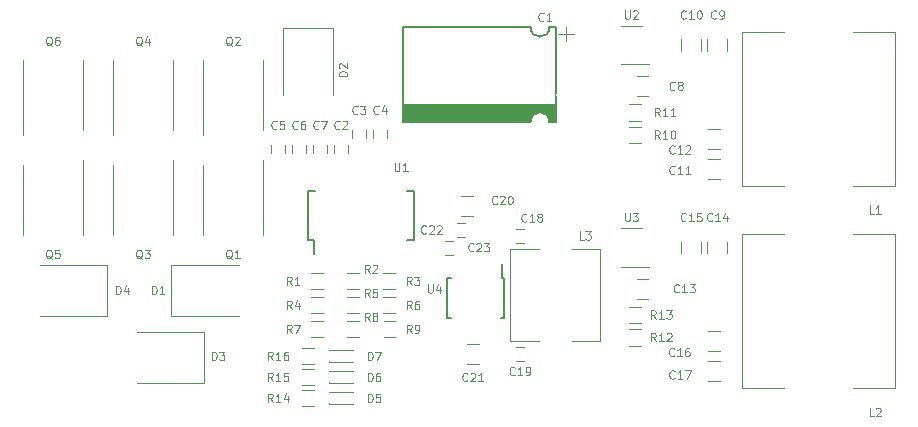
<source format=gbr>
G04 #@! TF.FileFunction,Legend,Top*
%FSLAX46Y46*%
G04 Gerber Fmt 4.6, Leading zero omitted, Abs format (unit mm)*
G04 Created by KiCad (PCBNEW 4.0.7) date Tuesday, March 06, 2018 'PMt' 03:27:42 PM*
%MOMM*%
%LPD*%
G01*
G04 APERTURE LIST*
%ADD10C,0.100000*%
%ADD11C,0.120000*%
%ADD12C,0.150000*%
%ADD13R,0.800800X0.850800*%
%ADD14R,1.050800X1.300800*%
%ADD15R,1.300800X1.050800*%
%ADD16R,2.550800X2.350800*%
%ADD17R,2.350800X2.550800*%
%ADD18R,0.850800X0.850800*%
%ADD19R,5.050800X4.550800*%
%ADD20R,0.660800X1.320800*%
%ADD21R,0.660800X1.070800*%
%ADD22R,3.960800X3.860800*%
%ADD23R,0.550800X0.950800*%
%ADD24R,0.450800X1.250800*%
%ADD25R,1.110800X0.700800*%
%ADD26R,1.955800X7.670800*%
%ADD27R,1.650800X1.650800*%
%ADD28C,1.650800*%
%ADD29R,0.850800X0.800800*%
%ADD30R,2.050800X3.050800*%
%ADD31R,0.350800X1.450800*%
%ADD32R,2.900800X1.700800*%
G04 APERTURE END LIST*
D10*
D11*
X85944000Y-105822000D02*
X85944000Y-106522000D01*
X84744000Y-106522000D02*
X84744000Y-105822000D01*
X87468000Y-104552000D02*
X87468000Y-105252000D01*
X86268000Y-105252000D02*
X86268000Y-104552000D01*
X89246000Y-104552000D02*
X89246000Y-105252000D01*
X88046000Y-105252000D02*
X88046000Y-104552000D01*
X79410000Y-106522000D02*
X79410000Y-105822000D01*
X80610000Y-105822000D02*
X80610000Y-106522000D01*
X81188000Y-106522000D02*
X81188000Y-105822000D01*
X82388000Y-105822000D02*
X82388000Y-106522000D01*
X82966000Y-106522000D02*
X82966000Y-105822000D01*
X84166000Y-105822000D02*
X84166000Y-106522000D01*
X111371000Y-99988000D02*
X110371000Y-99988000D01*
X110371000Y-101688000D02*
X111371000Y-101688000D01*
X118071000Y-97845500D02*
X118071000Y-96845500D01*
X116371000Y-96845500D02*
X116371000Y-97845500D01*
X115848500Y-97845500D02*
X115848500Y-96845500D01*
X114148500Y-96845500D02*
X114148500Y-97845500D01*
X116403500Y-108673000D02*
X117403500Y-108673000D01*
X117403500Y-106973000D02*
X116403500Y-106973000D01*
X116403500Y-106133000D02*
X117403500Y-106133000D01*
X117403500Y-104433000D02*
X116403500Y-104433000D01*
X111371000Y-117133000D02*
X110371000Y-117133000D01*
X110371000Y-118833000D02*
X111371000Y-118833000D01*
X118071000Y-114990500D02*
X118071000Y-113990500D01*
X116371000Y-113990500D02*
X116371000Y-114990500D01*
X115848500Y-114990500D02*
X115848500Y-113990500D01*
X114148500Y-113990500D02*
X114148500Y-114990500D01*
X116403500Y-123278000D02*
X117403500Y-123278000D01*
X117403500Y-121578000D02*
X116403500Y-121578000D01*
X116403500Y-125818000D02*
X117403500Y-125818000D01*
X117403500Y-124118000D02*
X116403500Y-124118000D01*
X96000000Y-124350000D02*
X97000000Y-124350000D01*
X97000000Y-122650000D02*
X96000000Y-122650000D01*
X70990000Y-115960000D02*
X70990000Y-120260000D01*
X70990000Y-120260000D02*
X76690000Y-120260000D01*
X70990000Y-115960000D02*
X76690000Y-115960000D01*
X84700000Y-95900000D02*
X80400000Y-95900000D01*
X80400000Y-95900000D02*
X80400000Y-101600000D01*
X84700000Y-95900000D02*
X84700000Y-101600000D01*
X73790000Y-125975000D02*
X73790000Y-121675000D01*
X73790000Y-121675000D02*
X68090000Y-121675000D01*
X73790000Y-125975000D02*
X68090000Y-125975000D01*
X65535000Y-120260000D02*
X65535000Y-115960000D01*
X65535000Y-115960000D02*
X59835000Y-115960000D01*
X65535000Y-120260000D02*
X59835000Y-120260000D01*
X84298000Y-124976000D02*
X84298000Y-125976000D01*
X84298000Y-125976000D02*
X86398000Y-125976000D01*
X84298000Y-124976000D02*
X86398000Y-124976000D01*
X84298000Y-123198000D02*
X84298000Y-124198000D01*
X84298000Y-124198000D02*
X86398000Y-124198000D01*
X84298000Y-123198000D02*
X86398000Y-123198000D01*
X122893500Y-96243000D02*
X119293500Y-96243000D01*
X119293500Y-96243000D02*
X119293500Y-109243000D01*
X119293500Y-109243000D02*
X122893500Y-109243000D01*
X128693500Y-96243000D02*
X132293500Y-96243000D01*
X132293500Y-96243000D02*
X132293500Y-109243000D01*
X132293500Y-109243000D02*
X128693500Y-109243000D01*
X122893500Y-113388000D02*
X119293500Y-113388000D01*
X119293500Y-113388000D02*
X119293500Y-126388000D01*
X119293500Y-126388000D02*
X122893500Y-126388000D01*
X128693500Y-113388000D02*
X132293500Y-113388000D01*
X132293500Y-113388000D02*
X132293500Y-126388000D01*
X132293500Y-126388000D02*
X128693500Y-126388000D01*
X78770000Y-107090000D02*
X78770000Y-113435000D01*
X73630000Y-107545000D02*
X73630000Y-113435000D01*
X73630000Y-105000000D02*
X73630000Y-98655000D01*
X78770000Y-104545000D02*
X78770000Y-98655000D01*
X71150000Y-107090000D02*
X71150000Y-113435000D01*
X66010000Y-107545000D02*
X66010000Y-113435000D01*
X66010000Y-105000000D02*
X66010000Y-98655000D01*
X71150000Y-104545000D02*
X71150000Y-98655000D01*
X63530000Y-107090000D02*
X63530000Y-113435000D01*
X58390000Y-107545000D02*
X58390000Y-113435000D01*
X58390000Y-105000000D02*
X58390000Y-98655000D01*
X63530000Y-104545000D02*
X63530000Y-98655000D01*
X82812000Y-116668000D02*
X83812000Y-116668000D01*
X83812000Y-118028000D02*
X82812000Y-118028000D01*
X86860000Y-118028000D02*
X85860000Y-118028000D01*
X85860000Y-116668000D02*
X86860000Y-116668000D01*
X88930000Y-116668000D02*
X89930000Y-116668000D01*
X89930000Y-118028000D02*
X88930000Y-118028000D01*
X82812000Y-118700000D02*
X83812000Y-118700000D01*
X83812000Y-120060000D02*
X82812000Y-120060000D01*
X86860000Y-120060000D02*
X85860000Y-120060000D01*
X85860000Y-118700000D02*
X86860000Y-118700000D01*
X88908000Y-118700000D02*
X89908000Y-118700000D01*
X89908000Y-120060000D02*
X88908000Y-120060000D01*
X82812000Y-120732000D02*
X83812000Y-120732000D01*
X83812000Y-122092000D02*
X82812000Y-122092000D01*
X86860000Y-122092000D02*
X85860000Y-122092000D01*
X85860000Y-120732000D02*
X86860000Y-120732000D01*
X88960000Y-120732000D02*
X89960000Y-120732000D01*
X89960000Y-122092000D02*
X88960000Y-122092000D01*
X109736000Y-104285500D02*
X110736000Y-104285500D01*
X110736000Y-105645500D02*
X109736000Y-105645500D01*
X110736000Y-103740500D02*
X109736000Y-103740500D01*
X109736000Y-102380500D02*
X110736000Y-102380500D01*
X109736000Y-121430500D02*
X110736000Y-121430500D01*
X110736000Y-122790500D02*
X109736000Y-122790500D01*
X110736000Y-120885500D02*
X109736000Y-120885500D01*
X109736000Y-119525500D02*
X110736000Y-119525500D01*
X82050000Y-126574000D02*
X83050000Y-126574000D01*
X83050000Y-127934000D02*
X82050000Y-127934000D01*
X82050000Y-124796000D02*
X83050000Y-124796000D01*
X83050000Y-126156000D02*
X82050000Y-126156000D01*
X82050000Y-123018000D02*
X83050000Y-123018000D01*
X83050000Y-124378000D02*
X82050000Y-124378000D01*
D12*
X82583500Y-113895000D02*
X83058500Y-113895000D01*
X82583500Y-109745000D02*
X83141000Y-109745000D01*
X91533500Y-109745000D02*
X90976000Y-109745000D01*
X91533500Y-113895000D02*
X90976000Y-113895000D01*
X82583500Y-113895000D02*
X82583500Y-109745000D01*
X91533500Y-113895000D02*
X91533500Y-109745000D01*
X83058500Y-113895000D02*
X83058500Y-115020000D01*
D11*
X110818500Y-95735500D02*
X109018500Y-95735500D01*
X109018500Y-98955500D02*
X111468500Y-98955500D01*
X110818500Y-112880500D02*
X109018500Y-112880500D01*
X109018500Y-116100500D02*
X111468500Y-116100500D01*
X84298000Y-126754000D02*
X84298000Y-127754000D01*
X84298000Y-127754000D02*
X86398000Y-127754000D01*
X84298000Y-126754000D02*
X86398000Y-126754000D01*
D12*
X90594000Y-102444000D02*
X103594000Y-102444000D01*
X103594000Y-102544000D02*
X90594000Y-102544000D01*
X90594000Y-103744000D02*
X101394000Y-103744000D01*
X101394000Y-103544000D02*
X90594000Y-103544000D01*
X90594000Y-103344000D02*
X101494000Y-103344000D01*
X101694000Y-103144000D02*
X90594000Y-103144000D01*
X90594000Y-102744000D02*
X103594000Y-102744000D01*
X103594000Y-102944000D02*
X90594000Y-102944000D01*
X102694000Y-103144000D02*
X103594000Y-103144000D01*
X103594000Y-103344000D02*
X102894000Y-103344000D01*
X102994000Y-103544000D02*
X103594000Y-103544000D01*
X103594000Y-103744000D02*
X102994000Y-103744000D01*
X101394000Y-103644000D02*
X90594000Y-103644000D01*
X103594000Y-103644000D02*
X102994000Y-103644000D01*
X102994000Y-103444000D02*
X103594000Y-103444000D01*
X90594000Y-103444000D02*
X101394000Y-103444000D01*
X101594000Y-103244000D02*
X90594000Y-103244000D01*
X103594000Y-103244000D02*
X102794000Y-103244000D01*
X90594000Y-103044000D02*
X103594000Y-103044000D01*
X103594000Y-102844000D02*
X90594000Y-102844000D01*
X103594000Y-102644000D02*
X90594000Y-102644000D01*
X103594000Y-95844000D02*
X103594000Y-103844000D01*
X90594000Y-95844000D02*
X101394000Y-95844000D01*
X90594000Y-103844000D02*
X90594000Y-95844000D01*
X101394000Y-103844000D02*
X90594000Y-103844000D01*
X102994000Y-103844000D02*
G75*
G03X101394000Y-103844000I-800000J0D01*
G01*
X103594000Y-103844000D02*
X102994000Y-103844000D01*
D11*
X104394000Y-95844000D02*
X104394000Y-97044000D01*
X105044000Y-96444000D02*
X103744000Y-96444000D01*
D12*
X101394000Y-95844000D02*
G75*
G03X102994000Y-95844000I800000J0D01*
G01*
X103594000Y-95844000D02*
X102994000Y-95844000D01*
D11*
X100150000Y-112900000D02*
X100850000Y-112900000D01*
X100850000Y-114100000D02*
X100150000Y-114100000D01*
X100150000Y-122900000D02*
X100850000Y-122900000D01*
X100850000Y-124100000D02*
X100150000Y-124100000D01*
X95500000Y-111850000D02*
X96500000Y-111850000D01*
X96500000Y-110150000D02*
X95500000Y-110150000D01*
X95150000Y-112400000D02*
X95850000Y-112400000D01*
X95850000Y-113600000D02*
X95150000Y-113600000D01*
X94150000Y-113900000D02*
X94850000Y-113900000D01*
X94850000Y-115100000D02*
X94150000Y-115100000D01*
X104900000Y-122400000D02*
X107300000Y-122400000D01*
X107300000Y-122400000D02*
X107300000Y-114600000D01*
X102100000Y-114600000D02*
X99700000Y-114600000D01*
X99700000Y-114600000D02*
X99700000Y-122400000D01*
X99700000Y-122400000D02*
X102100000Y-122400000D01*
X104900000Y-114600000D02*
X107300000Y-114600000D01*
D12*
X99175000Y-117075000D02*
X98950000Y-117075000D01*
X99175000Y-120425000D02*
X98875000Y-120425000D01*
X94325000Y-120425000D02*
X94625000Y-120425000D01*
X94325000Y-117075000D02*
X94625000Y-117075000D01*
X99175000Y-117075000D02*
X99175000Y-120425000D01*
X94325000Y-117075000D02*
X94325000Y-120425000D01*
X98950000Y-117075000D02*
X98950000Y-115850000D01*
D10*
X85227334Y-104390000D02*
X85194000Y-104423333D01*
X85094000Y-104456667D01*
X85027334Y-104456667D01*
X84927334Y-104423333D01*
X84860667Y-104356667D01*
X84827334Y-104290000D01*
X84794000Y-104156667D01*
X84794000Y-104056667D01*
X84827334Y-103923333D01*
X84860667Y-103856667D01*
X84927334Y-103790000D01*
X85027334Y-103756667D01*
X85094000Y-103756667D01*
X85194000Y-103790000D01*
X85227334Y-103823333D01*
X85494000Y-103823333D02*
X85527334Y-103790000D01*
X85594000Y-103756667D01*
X85760667Y-103756667D01*
X85827334Y-103790000D01*
X85860667Y-103823333D01*
X85894000Y-103890000D01*
X85894000Y-103956667D01*
X85860667Y-104056667D01*
X85460667Y-104456667D01*
X85894000Y-104456667D01*
X86751334Y-103120000D02*
X86718000Y-103153333D01*
X86618000Y-103186667D01*
X86551334Y-103186667D01*
X86451334Y-103153333D01*
X86384667Y-103086667D01*
X86351334Y-103020000D01*
X86318000Y-102886667D01*
X86318000Y-102786667D01*
X86351334Y-102653333D01*
X86384667Y-102586667D01*
X86451334Y-102520000D01*
X86551334Y-102486667D01*
X86618000Y-102486667D01*
X86718000Y-102520000D01*
X86751334Y-102553333D01*
X86984667Y-102486667D02*
X87418000Y-102486667D01*
X87184667Y-102753333D01*
X87284667Y-102753333D01*
X87351334Y-102786667D01*
X87384667Y-102820000D01*
X87418000Y-102886667D01*
X87418000Y-103053333D01*
X87384667Y-103120000D01*
X87351334Y-103153333D01*
X87284667Y-103186667D01*
X87084667Y-103186667D01*
X87018000Y-103153333D01*
X86984667Y-103120000D01*
X88529334Y-103120000D02*
X88496000Y-103153333D01*
X88396000Y-103186667D01*
X88329334Y-103186667D01*
X88229334Y-103153333D01*
X88162667Y-103086667D01*
X88129334Y-103020000D01*
X88096000Y-102886667D01*
X88096000Y-102786667D01*
X88129334Y-102653333D01*
X88162667Y-102586667D01*
X88229334Y-102520000D01*
X88329334Y-102486667D01*
X88396000Y-102486667D01*
X88496000Y-102520000D01*
X88529334Y-102553333D01*
X89129334Y-102720000D02*
X89129334Y-103186667D01*
X88962667Y-102453333D02*
X88796000Y-102953333D01*
X89229334Y-102953333D01*
X79893334Y-104390000D02*
X79860000Y-104423333D01*
X79760000Y-104456667D01*
X79693334Y-104456667D01*
X79593334Y-104423333D01*
X79526667Y-104356667D01*
X79493334Y-104290000D01*
X79460000Y-104156667D01*
X79460000Y-104056667D01*
X79493334Y-103923333D01*
X79526667Y-103856667D01*
X79593334Y-103790000D01*
X79693334Y-103756667D01*
X79760000Y-103756667D01*
X79860000Y-103790000D01*
X79893334Y-103823333D01*
X80526667Y-103756667D02*
X80193334Y-103756667D01*
X80160000Y-104090000D01*
X80193334Y-104056667D01*
X80260000Y-104023333D01*
X80426667Y-104023333D01*
X80493334Y-104056667D01*
X80526667Y-104090000D01*
X80560000Y-104156667D01*
X80560000Y-104323333D01*
X80526667Y-104390000D01*
X80493334Y-104423333D01*
X80426667Y-104456667D01*
X80260000Y-104456667D01*
X80193334Y-104423333D01*
X80160000Y-104390000D01*
X81671334Y-104390000D02*
X81638000Y-104423333D01*
X81538000Y-104456667D01*
X81471334Y-104456667D01*
X81371334Y-104423333D01*
X81304667Y-104356667D01*
X81271334Y-104290000D01*
X81238000Y-104156667D01*
X81238000Y-104056667D01*
X81271334Y-103923333D01*
X81304667Y-103856667D01*
X81371334Y-103790000D01*
X81471334Y-103756667D01*
X81538000Y-103756667D01*
X81638000Y-103790000D01*
X81671334Y-103823333D01*
X82271334Y-103756667D02*
X82138000Y-103756667D01*
X82071334Y-103790000D01*
X82038000Y-103823333D01*
X81971334Y-103923333D01*
X81938000Y-104056667D01*
X81938000Y-104323333D01*
X81971334Y-104390000D01*
X82004667Y-104423333D01*
X82071334Y-104456667D01*
X82204667Y-104456667D01*
X82271334Y-104423333D01*
X82304667Y-104390000D01*
X82338000Y-104323333D01*
X82338000Y-104156667D01*
X82304667Y-104090000D01*
X82271334Y-104056667D01*
X82204667Y-104023333D01*
X82071334Y-104023333D01*
X82004667Y-104056667D01*
X81971334Y-104090000D01*
X81938000Y-104156667D01*
X83449334Y-104390000D02*
X83416000Y-104423333D01*
X83316000Y-104456667D01*
X83249334Y-104456667D01*
X83149334Y-104423333D01*
X83082667Y-104356667D01*
X83049334Y-104290000D01*
X83016000Y-104156667D01*
X83016000Y-104056667D01*
X83049334Y-103923333D01*
X83082667Y-103856667D01*
X83149334Y-103790000D01*
X83249334Y-103756667D01*
X83316000Y-103756667D01*
X83416000Y-103790000D01*
X83449334Y-103823333D01*
X83682667Y-103756667D02*
X84149334Y-103756667D01*
X83849334Y-104456667D01*
X113611834Y-101088000D02*
X113578500Y-101121333D01*
X113478500Y-101154667D01*
X113411834Y-101154667D01*
X113311834Y-101121333D01*
X113245167Y-101054667D01*
X113211834Y-100988000D01*
X113178500Y-100854667D01*
X113178500Y-100754667D01*
X113211834Y-100621333D01*
X113245167Y-100554667D01*
X113311834Y-100488000D01*
X113411834Y-100454667D01*
X113478500Y-100454667D01*
X113578500Y-100488000D01*
X113611834Y-100521333D01*
X114011834Y-100754667D02*
X113945167Y-100721333D01*
X113911834Y-100688000D01*
X113878500Y-100621333D01*
X113878500Y-100588000D01*
X113911834Y-100521333D01*
X113945167Y-100488000D01*
X114011834Y-100454667D01*
X114145167Y-100454667D01*
X114211834Y-100488000D01*
X114245167Y-100521333D01*
X114278500Y-100588000D01*
X114278500Y-100621333D01*
X114245167Y-100688000D01*
X114211834Y-100721333D01*
X114145167Y-100754667D01*
X114011834Y-100754667D01*
X113945167Y-100788000D01*
X113911834Y-100821333D01*
X113878500Y-100888000D01*
X113878500Y-101021333D01*
X113911834Y-101088000D01*
X113945167Y-101121333D01*
X114011834Y-101154667D01*
X114145167Y-101154667D01*
X114211834Y-101121333D01*
X114245167Y-101088000D01*
X114278500Y-101021333D01*
X114278500Y-100888000D01*
X114245167Y-100821333D01*
X114211834Y-100788000D01*
X114145167Y-100754667D01*
X117104334Y-95055500D02*
X117071000Y-95088833D01*
X116971000Y-95122167D01*
X116904334Y-95122167D01*
X116804334Y-95088833D01*
X116737667Y-95022167D01*
X116704334Y-94955500D01*
X116671000Y-94822167D01*
X116671000Y-94722167D01*
X116704334Y-94588833D01*
X116737667Y-94522167D01*
X116804334Y-94455500D01*
X116904334Y-94422167D01*
X116971000Y-94422167D01*
X117071000Y-94455500D01*
X117104334Y-94488833D01*
X117437667Y-95122167D02*
X117571000Y-95122167D01*
X117637667Y-95088833D01*
X117671000Y-95055500D01*
X117737667Y-94955500D01*
X117771000Y-94822167D01*
X117771000Y-94555500D01*
X117737667Y-94488833D01*
X117704334Y-94455500D01*
X117637667Y-94422167D01*
X117504334Y-94422167D01*
X117437667Y-94455500D01*
X117404334Y-94488833D01*
X117371000Y-94555500D01*
X117371000Y-94722167D01*
X117404334Y-94788833D01*
X117437667Y-94822167D01*
X117504334Y-94855500D01*
X117637667Y-94855500D01*
X117704334Y-94822167D01*
X117737667Y-94788833D01*
X117771000Y-94722167D01*
X114548500Y-95055500D02*
X114515166Y-95088833D01*
X114415166Y-95122167D01*
X114348500Y-95122167D01*
X114248500Y-95088833D01*
X114181833Y-95022167D01*
X114148500Y-94955500D01*
X114115166Y-94822167D01*
X114115166Y-94722167D01*
X114148500Y-94588833D01*
X114181833Y-94522167D01*
X114248500Y-94455500D01*
X114348500Y-94422167D01*
X114415166Y-94422167D01*
X114515166Y-94455500D01*
X114548500Y-94488833D01*
X115215166Y-95122167D02*
X114815166Y-95122167D01*
X115015166Y-95122167D02*
X115015166Y-94422167D01*
X114948500Y-94522167D01*
X114881833Y-94588833D01*
X114815166Y-94622167D01*
X115648500Y-94422167D02*
X115715167Y-94422167D01*
X115781833Y-94455500D01*
X115815167Y-94488833D01*
X115848500Y-94555500D01*
X115881833Y-94688833D01*
X115881833Y-94855500D01*
X115848500Y-94988833D01*
X115815167Y-95055500D01*
X115781833Y-95088833D01*
X115715167Y-95122167D01*
X115648500Y-95122167D01*
X115581833Y-95088833D01*
X115548500Y-95055500D01*
X115515167Y-94988833D01*
X115481833Y-94855500D01*
X115481833Y-94688833D01*
X115515167Y-94555500D01*
X115548500Y-94488833D01*
X115581833Y-94455500D01*
X115648500Y-94422167D01*
X113596000Y-108200000D02*
X113562666Y-108233333D01*
X113462666Y-108266667D01*
X113396000Y-108266667D01*
X113296000Y-108233333D01*
X113229333Y-108166667D01*
X113196000Y-108100000D01*
X113162666Y-107966667D01*
X113162666Y-107866667D01*
X113196000Y-107733333D01*
X113229333Y-107666667D01*
X113296000Y-107600000D01*
X113396000Y-107566667D01*
X113462666Y-107566667D01*
X113562666Y-107600000D01*
X113596000Y-107633333D01*
X114262666Y-108266667D02*
X113862666Y-108266667D01*
X114062666Y-108266667D02*
X114062666Y-107566667D01*
X113996000Y-107666667D01*
X113929333Y-107733333D01*
X113862666Y-107766667D01*
X114929333Y-108266667D02*
X114529333Y-108266667D01*
X114729333Y-108266667D02*
X114729333Y-107566667D01*
X114662667Y-107666667D01*
X114596000Y-107733333D01*
X114529333Y-107766667D01*
X113596000Y-106485500D02*
X113562666Y-106518833D01*
X113462666Y-106552167D01*
X113396000Y-106552167D01*
X113296000Y-106518833D01*
X113229333Y-106452167D01*
X113196000Y-106385500D01*
X113162666Y-106252167D01*
X113162666Y-106152167D01*
X113196000Y-106018833D01*
X113229333Y-105952167D01*
X113296000Y-105885500D01*
X113396000Y-105852167D01*
X113462666Y-105852167D01*
X113562666Y-105885500D01*
X113596000Y-105918833D01*
X114262666Y-106552167D02*
X113862666Y-106552167D01*
X114062666Y-106552167D02*
X114062666Y-105852167D01*
X113996000Y-105952167D01*
X113929333Y-106018833D01*
X113862666Y-106052167D01*
X114529333Y-105918833D02*
X114562667Y-105885500D01*
X114629333Y-105852167D01*
X114796000Y-105852167D01*
X114862667Y-105885500D01*
X114896000Y-105918833D01*
X114929333Y-105985500D01*
X114929333Y-106052167D01*
X114896000Y-106152167D01*
X114496000Y-106552167D01*
X114929333Y-106552167D01*
X113961000Y-118233000D02*
X113927666Y-118266333D01*
X113827666Y-118299667D01*
X113761000Y-118299667D01*
X113661000Y-118266333D01*
X113594333Y-118199667D01*
X113561000Y-118133000D01*
X113527666Y-117999667D01*
X113527666Y-117899667D01*
X113561000Y-117766333D01*
X113594333Y-117699667D01*
X113661000Y-117633000D01*
X113761000Y-117599667D01*
X113827666Y-117599667D01*
X113927666Y-117633000D01*
X113961000Y-117666333D01*
X114627666Y-118299667D02*
X114227666Y-118299667D01*
X114427666Y-118299667D02*
X114427666Y-117599667D01*
X114361000Y-117699667D01*
X114294333Y-117766333D01*
X114227666Y-117799667D01*
X114861000Y-117599667D02*
X115294333Y-117599667D01*
X115061000Y-117866333D01*
X115161000Y-117866333D01*
X115227667Y-117899667D01*
X115261000Y-117933000D01*
X115294333Y-117999667D01*
X115294333Y-118166333D01*
X115261000Y-118233000D01*
X115227667Y-118266333D01*
X115161000Y-118299667D01*
X114961000Y-118299667D01*
X114894333Y-118266333D01*
X114861000Y-118233000D01*
X116771000Y-112200500D02*
X116737666Y-112233833D01*
X116637666Y-112267167D01*
X116571000Y-112267167D01*
X116471000Y-112233833D01*
X116404333Y-112167167D01*
X116371000Y-112100500D01*
X116337666Y-111967167D01*
X116337666Y-111867167D01*
X116371000Y-111733833D01*
X116404333Y-111667167D01*
X116471000Y-111600500D01*
X116571000Y-111567167D01*
X116637666Y-111567167D01*
X116737666Y-111600500D01*
X116771000Y-111633833D01*
X117437666Y-112267167D02*
X117037666Y-112267167D01*
X117237666Y-112267167D02*
X117237666Y-111567167D01*
X117171000Y-111667167D01*
X117104333Y-111733833D01*
X117037666Y-111767167D01*
X118037667Y-111800500D02*
X118037667Y-112267167D01*
X117871000Y-111533833D02*
X117704333Y-112033833D01*
X118137667Y-112033833D01*
X114548500Y-112200500D02*
X114515166Y-112233833D01*
X114415166Y-112267167D01*
X114348500Y-112267167D01*
X114248500Y-112233833D01*
X114181833Y-112167167D01*
X114148500Y-112100500D01*
X114115166Y-111967167D01*
X114115166Y-111867167D01*
X114148500Y-111733833D01*
X114181833Y-111667167D01*
X114248500Y-111600500D01*
X114348500Y-111567167D01*
X114415166Y-111567167D01*
X114515166Y-111600500D01*
X114548500Y-111633833D01*
X115215166Y-112267167D02*
X114815166Y-112267167D01*
X115015166Y-112267167D02*
X115015166Y-111567167D01*
X114948500Y-111667167D01*
X114881833Y-111733833D01*
X114815166Y-111767167D01*
X115848500Y-111567167D02*
X115515167Y-111567167D01*
X115481833Y-111900500D01*
X115515167Y-111867167D01*
X115581833Y-111833833D01*
X115748500Y-111833833D01*
X115815167Y-111867167D01*
X115848500Y-111900500D01*
X115881833Y-111967167D01*
X115881833Y-112133833D01*
X115848500Y-112200500D01*
X115815167Y-112233833D01*
X115748500Y-112267167D01*
X115581833Y-112267167D01*
X115515167Y-112233833D01*
X115481833Y-112200500D01*
X113548500Y-123630500D02*
X113515166Y-123663833D01*
X113415166Y-123697167D01*
X113348500Y-123697167D01*
X113248500Y-123663833D01*
X113181833Y-123597167D01*
X113148500Y-123530500D01*
X113115166Y-123397167D01*
X113115166Y-123297167D01*
X113148500Y-123163833D01*
X113181833Y-123097167D01*
X113248500Y-123030500D01*
X113348500Y-122997167D01*
X113415166Y-122997167D01*
X113515166Y-123030500D01*
X113548500Y-123063833D01*
X114215166Y-123697167D02*
X113815166Y-123697167D01*
X114015166Y-123697167D02*
X114015166Y-122997167D01*
X113948500Y-123097167D01*
X113881833Y-123163833D01*
X113815166Y-123197167D01*
X114815167Y-122997167D02*
X114681833Y-122997167D01*
X114615167Y-123030500D01*
X114581833Y-123063833D01*
X114515167Y-123163833D01*
X114481833Y-123297167D01*
X114481833Y-123563833D01*
X114515167Y-123630500D01*
X114548500Y-123663833D01*
X114615167Y-123697167D01*
X114748500Y-123697167D01*
X114815167Y-123663833D01*
X114848500Y-123630500D01*
X114881833Y-123563833D01*
X114881833Y-123397167D01*
X114848500Y-123330500D01*
X114815167Y-123297167D01*
X114748500Y-123263833D01*
X114615167Y-123263833D01*
X114548500Y-123297167D01*
X114515167Y-123330500D01*
X114481833Y-123397167D01*
X113596000Y-125535500D02*
X113562666Y-125568833D01*
X113462666Y-125602167D01*
X113396000Y-125602167D01*
X113296000Y-125568833D01*
X113229333Y-125502167D01*
X113196000Y-125435500D01*
X113162666Y-125302167D01*
X113162666Y-125202167D01*
X113196000Y-125068833D01*
X113229333Y-125002167D01*
X113296000Y-124935500D01*
X113396000Y-124902167D01*
X113462666Y-124902167D01*
X113562666Y-124935500D01*
X113596000Y-124968833D01*
X114262666Y-125602167D02*
X113862666Y-125602167D01*
X114062666Y-125602167D02*
X114062666Y-124902167D01*
X113996000Y-125002167D01*
X113929333Y-125068833D01*
X113862666Y-125102167D01*
X114496000Y-124902167D02*
X114962667Y-124902167D01*
X114662667Y-125602167D01*
X96050000Y-125750000D02*
X96016666Y-125783333D01*
X95916666Y-125816667D01*
X95850000Y-125816667D01*
X95750000Y-125783333D01*
X95683333Y-125716667D01*
X95650000Y-125650000D01*
X95616666Y-125516667D01*
X95616666Y-125416667D01*
X95650000Y-125283333D01*
X95683333Y-125216667D01*
X95750000Y-125150000D01*
X95850000Y-125116667D01*
X95916666Y-125116667D01*
X96016666Y-125150000D01*
X96050000Y-125183333D01*
X96316666Y-125183333D02*
X96350000Y-125150000D01*
X96416666Y-125116667D01*
X96583333Y-125116667D01*
X96650000Y-125150000D01*
X96683333Y-125183333D01*
X96716666Y-125250000D01*
X96716666Y-125316667D01*
X96683333Y-125416667D01*
X96283333Y-125816667D01*
X96716666Y-125816667D01*
X97383333Y-125816667D02*
X96983333Y-125816667D01*
X97183333Y-125816667D02*
X97183333Y-125116667D01*
X97116667Y-125216667D01*
X97050000Y-125283333D01*
X96983333Y-125316667D01*
X69333334Y-118426667D02*
X69333334Y-117726667D01*
X69500000Y-117726667D01*
X69600000Y-117760000D01*
X69666667Y-117826667D01*
X69700000Y-117893333D01*
X69733334Y-118026667D01*
X69733334Y-118126667D01*
X69700000Y-118260000D01*
X69666667Y-118326667D01*
X69600000Y-118393333D01*
X69500000Y-118426667D01*
X69333334Y-118426667D01*
X70400000Y-118426667D02*
X70000000Y-118426667D01*
X70200000Y-118426667D02*
X70200000Y-117726667D01*
X70133334Y-117826667D01*
X70066667Y-117893333D01*
X70000000Y-117926667D01*
X85866667Y-99966666D02*
X85166667Y-99966666D01*
X85166667Y-99800000D01*
X85200000Y-99700000D01*
X85266667Y-99633333D01*
X85333333Y-99600000D01*
X85466667Y-99566666D01*
X85566667Y-99566666D01*
X85700000Y-99600000D01*
X85766667Y-99633333D01*
X85833333Y-99700000D01*
X85866667Y-99800000D01*
X85866667Y-99966666D01*
X85233333Y-99300000D02*
X85200000Y-99266666D01*
X85166667Y-99200000D01*
X85166667Y-99033333D01*
X85200000Y-98966666D01*
X85233333Y-98933333D01*
X85300000Y-98900000D01*
X85366667Y-98900000D01*
X85466667Y-98933333D01*
X85866667Y-99333333D01*
X85866667Y-98900000D01*
X74413334Y-124014667D02*
X74413334Y-123314667D01*
X74580000Y-123314667D01*
X74680000Y-123348000D01*
X74746667Y-123414667D01*
X74780000Y-123481333D01*
X74813334Y-123614667D01*
X74813334Y-123714667D01*
X74780000Y-123848000D01*
X74746667Y-123914667D01*
X74680000Y-123981333D01*
X74580000Y-124014667D01*
X74413334Y-124014667D01*
X75046667Y-123314667D02*
X75480000Y-123314667D01*
X75246667Y-123581333D01*
X75346667Y-123581333D01*
X75413334Y-123614667D01*
X75446667Y-123648000D01*
X75480000Y-123714667D01*
X75480000Y-123881333D01*
X75446667Y-123948000D01*
X75413334Y-123981333D01*
X75346667Y-124014667D01*
X75146667Y-124014667D01*
X75080000Y-123981333D01*
X75046667Y-123948000D01*
X66285334Y-118426667D02*
X66285334Y-117726667D01*
X66452000Y-117726667D01*
X66552000Y-117760000D01*
X66618667Y-117826667D01*
X66652000Y-117893333D01*
X66685334Y-118026667D01*
X66685334Y-118126667D01*
X66652000Y-118260000D01*
X66618667Y-118326667D01*
X66552000Y-118393333D01*
X66452000Y-118426667D01*
X66285334Y-118426667D01*
X67285334Y-117960000D02*
X67285334Y-118426667D01*
X67118667Y-117693333D02*
X66952000Y-118193333D01*
X67385334Y-118193333D01*
X87621334Y-125792667D02*
X87621334Y-125092667D01*
X87788000Y-125092667D01*
X87888000Y-125126000D01*
X87954667Y-125192667D01*
X87988000Y-125259333D01*
X88021334Y-125392667D01*
X88021334Y-125492667D01*
X87988000Y-125626000D01*
X87954667Y-125692667D01*
X87888000Y-125759333D01*
X87788000Y-125792667D01*
X87621334Y-125792667D01*
X88621334Y-125092667D02*
X88488000Y-125092667D01*
X88421334Y-125126000D01*
X88388000Y-125159333D01*
X88321334Y-125259333D01*
X88288000Y-125392667D01*
X88288000Y-125659333D01*
X88321334Y-125726000D01*
X88354667Y-125759333D01*
X88421334Y-125792667D01*
X88554667Y-125792667D01*
X88621334Y-125759333D01*
X88654667Y-125726000D01*
X88688000Y-125659333D01*
X88688000Y-125492667D01*
X88654667Y-125426000D01*
X88621334Y-125392667D01*
X88554667Y-125359333D01*
X88421334Y-125359333D01*
X88354667Y-125392667D01*
X88321334Y-125426000D01*
X88288000Y-125492667D01*
X87621334Y-124014667D02*
X87621334Y-123314667D01*
X87788000Y-123314667D01*
X87888000Y-123348000D01*
X87954667Y-123414667D01*
X87988000Y-123481333D01*
X88021334Y-123614667D01*
X88021334Y-123714667D01*
X87988000Y-123848000D01*
X87954667Y-123914667D01*
X87888000Y-123981333D01*
X87788000Y-124014667D01*
X87621334Y-124014667D01*
X88254667Y-123314667D02*
X88721334Y-123314667D01*
X88421334Y-124014667D01*
X130439333Y-111632167D02*
X130106000Y-111632167D01*
X130106000Y-110932167D01*
X131039333Y-111632167D02*
X130639333Y-111632167D01*
X130839333Y-111632167D02*
X130839333Y-110932167D01*
X130772667Y-111032167D01*
X130706000Y-111098833D01*
X130639333Y-111132167D01*
X130439333Y-128777167D02*
X130106000Y-128777167D01*
X130106000Y-128077167D01*
X130639333Y-128143833D02*
X130672667Y-128110500D01*
X130739333Y-128077167D01*
X130906000Y-128077167D01*
X130972667Y-128110500D01*
X131006000Y-128143833D01*
X131039333Y-128210500D01*
X131039333Y-128277167D01*
X131006000Y-128377167D01*
X130606000Y-128777167D01*
X131039333Y-128777167D01*
X76133333Y-115445333D02*
X76066667Y-115412000D01*
X76000000Y-115345333D01*
X75900000Y-115245333D01*
X75833333Y-115212000D01*
X75766667Y-115212000D01*
X75800000Y-115378667D02*
X75733333Y-115345333D01*
X75666667Y-115278667D01*
X75633333Y-115145333D01*
X75633333Y-114912000D01*
X75666667Y-114778667D01*
X75733333Y-114712000D01*
X75800000Y-114678667D01*
X75933333Y-114678667D01*
X76000000Y-114712000D01*
X76066667Y-114778667D01*
X76100000Y-114912000D01*
X76100000Y-115145333D01*
X76066667Y-115278667D01*
X76000000Y-115345333D01*
X75933333Y-115378667D01*
X75800000Y-115378667D01*
X76766666Y-115378667D02*
X76366666Y-115378667D01*
X76566666Y-115378667D02*
X76566666Y-114678667D01*
X76500000Y-114778667D01*
X76433333Y-114845333D01*
X76366666Y-114878667D01*
X76133333Y-97411333D02*
X76066667Y-97378000D01*
X76000000Y-97311333D01*
X75900000Y-97211333D01*
X75833333Y-97178000D01*
X75766667Y-97178000D01*
X75800000Y-97344667D02*
X75733333Y-97311333D01*
X75666667Y-97244667D01*
X75633333Y-97111333D01*
X75633333Y-96878000D01*
X75666667Y-96744667D01*
X75733333Y-96678000D01*
X75800000Y-96644667D01*
X75933333Y-96644667D01*
X76000000Y-96678000D01*
X76066667Y-96744667D01*
X76100000Y-96878000D01*
X76100000Y-97111333D01*
X76066667Y-97244667D01*
X76000000Y-97311333D01*
X75933333Y-97344667D01*
X75800000Y-97344667D01*
X76366666Y-96711333D02*
X76400000Y-96678000D01*
X76466666Y-96644667D01*
X76633333Y-96644667D01*
X76700000Y-96678000D01*
X76733333Y-96711333D01*
X76766666Y-96778000D01*
X76766666Y-96844667D01*
X76733333Y-96944667D01*
X76333333Y-97344667D01*
X76766666Y-97344667D01*
X68513333Y-115445333D02*
X68446667Y-115412000D01*
X68380000Y-115345333D01*
X68280000Y-115245333D01*
X68213333Y-115212000D01*
X68146667Y-115212000D01*
X68180000Y-115378667D02*
X68113333Y-115345333D01*
X68046667Y-115278667D01*
X68013333Y-115145333D01*
X68013333Y-114912000D01*
X68046667Y-114778667D01*
X68113333Y-114712000D01*
X68180000Y-114678667D01*
X68313333Y-114678667D01*
X68380000Y-114712000D01*
X68446667Y-114778667D01*
X68480000Y-114912000D01*
X68480000Y-115145333D01*
X68446667Y-115278667D01*
X68380000Y-115345333D01*
X68313333Y-115378667D01*
X68180000Y-115378667D01*
X68713333Y-114678667D02*
X69146666Y-114678667D01*
X68913333Y-114945333D01*
X69013333Y-114945333D01*
X69080000Y-114978667D01*
X69113333Y-115012000D01*
X69146666Y-115078667D01*
X69146666Y-115245333D01*
X69113333Y-115312000D01*
X69080000Y-115345333D01*
X69013333Y-115378667D01*
X68813333Y-115378667D01*
X68746666Y-115345333D01*
X68713333Y-115312000D01*
X68513333Y-97411333D02*
X68446667Y-97378000D01*
X68380000Y-97311333D01*
X68280000Y-97211333D01*
X68213333Y-97178000D01*
X68146667Y-97178000D01*
X68180000Y-97344667D02*
X68113333Y-97311333D01*
X68046667Y-97244667D01*
X68013333Y-97111333D01*
X68013333Y-96878000D01*
X68046667Y-96744667D01*
X68113333Y-96678000D01*
X68180000Y-96644667D01*
X68313333Y-96644667D01*
X68380000Y-96678000D01*
X68446667Y-96744667D01*
X68480000Y-96878000D01*
X68480000Y-97111333D01*
X68446667Y-97244667D01*
X68380000Y-97311333D01*
X68313333Y-97344667D01*
X68180000Y-97344667D01*
X69080000Y-96878000D02*
X69080000Y-97344667D01*
X68913333Y-96611333D02*
X68746666Y-97111333D01*
X69180000Y-97111333D01*
X60893333Y-115445333D02*
X60826667Y-115412000D01*
X60760000Y-115345333D01*
X60660000Y-115245333D01*
X60593333Y-115212000D01*
X60526667Y-115212000D01*
X60560000Y-115378667D02*
X60493333Y-115345333D01*
X60426667Y-115278667D01*
X60393333Y-115145333D01*
X60393333Y-114912000D01*
X60426667Y-114778667D01*
X60493333Y-114712000D01*
X60560000Y-114678667D01*
X60693333Y-114678667D01*
X60760000Y-114712000D01*
X60826667Y-114778667D01*
X60860000Y-114912000D01*
X60860000Y-115145333D01*
X60826667Y-115278667D01*
X60760000Y-115345333D01*
X60693333Y-115378667D01*
X60560000Y-115378667D01*
X61493333Y-114678667D02*
X61160000Y-114678667D01*
X61126666Y-115012000D01*
X61160000Y-114978667D01*
X61226666Y-114945333D01*
X61393333Y-114945333D01*
X61460000Y-114978667D01*
X61493333Y-115012000D01*
X61526666Y-115078667D01*
X61526666Y-115245333D01*
X61493333Y-115312000D01*
X61460000Y-115345333D01*
X61393333Y-115378667D01*
X61226666Y-115378667D01*
X61160000Y-115345333D01*
X61126666Y-115312000D01*
X60893333Y-97411333D02*
X60826667Y-97378000D01*
X60760000Y-97311333D01*
X60660000Y-97211333D01*
X60593333Y-97178000D01*
X60526667Y-97178000D01*
X60560000Y-97344667D02*
X60493333Y-97311333D01*
X60426667Y-97244667D01*
X60393333Y-97111333D01*
X60393333Y-96878000D01*
X60426667Y-96744667D01*
X60493333Y-96678000D01*
X60560000Y-96644667D01*
X60693333Y-96644667D01*
X60760000Y-96678000D01*
X60826667Y-96744667D01*
X60860000Y-96878000D01*
X60860000Y-97111333D01*
X60826667Y-97244667D01*
X60760000Y-97311333D01*
X60693333Y-97344667D01*
X60560000Y-97344667D01*
X61460000Y-96644667D02*
X61326666Y-96644667D01*
X61260000Y-96678000D01*
X61226666Y-96711333D01*
X61160000Y-96811333D01*
X61126666Y-96944667D01*
X61126666Y-97211333D01*
X61160000Y-97278000D01*
X61193333Y-97311333D01*
X61260000Y-97344667D01*
X61393333Y-97344667D01*
X61460000Y-97311333D01*
X61493333Y-97278000D01*
X61526666Y-97211333D01*
X61526666Y-97044667D01*
X61493333Y-96978000D01*
X61460000Y-96944667D01*
X61393333Y-96911333D01*
X61260000Y-96911333D01*
X61193333Y-96944667D01*
X61160000Y-96978000D01*
X61126666Y-97044667D01*
X81163334Y-117664667D02*
X80930000Y-117331333D01*
X80763334Y-117664667D02*
X80763334Y-116964667D01*
X81030000Y-116964667D01*
X81096667Y-116998000D01*
X81130000Y-117031333D01*
X81163334Y-117098000D01*
X81163334Y-117198000D01*
X81130000Y-117264667D01*
X81096667Y-117298000D01*
X81030000Y-117331333D01*
X80763334Y-117331333D01*
X81830000Y-117664667D02*
X81430000Y-117664667D01*
X81630000Y-117664667D02*
X81630000Y-116964667D01*
X81563334Y-117064667D01*
X81496667Y-117131333D01*
X81430000Y-117164667D01*
X87767334Y-116648667D02*
X87534000Y-116315333D01*
X87367334Y-116648667D02*
X87367334Y-115948667D01*
X87634000Y-115948667D01*
X87700667Y-115982000D01*
X87734000Y-116015333D01*
X87767334Y-116082000D01*
X87767334Y-116182000D01*
X87734000Y-116248667D01*
X87700667Y-116282000D01*
X87634000Y-116315333D01*
X87367334Y-116315333D01*
X88034000Y-116015333D02*
X88067334Y-115982000D01*
X88134000Y-115948667D01*
X88300667Y-115948667D01*
X88367334Y-115982000D01*
X88400667Y-116015333D01*
X88434000Y-116082000D01*
X88434000Y-116148667D01*
X88400667Y-116248667D01*
X88000667Y-116648667D01*
X88434000Y-116648667D01*
X91323334Y-117664667D02*
X91090000Y-117331333D01*
X90923334Y-117664667D02*
X90923334Y-116964667D01*
X91190000Y-116964667D01*
X91256667Y-116998000D01*
X91290000Y-117031333D01*
X91323334Y-117098000D01*
X91323334Y-117198000D01*
X91290000Y-117264667D01*
X91256667Y-117298000D01*
X91190000Y-117331333D01*
X90923334Y-117331333D01*
X91556667Y-116964667D02*
X91990000Y-116964667D01*
X91756667Y-117231333D01*
X91856667Y-117231333D01*
X91923334Y-117264667D01*
X91956667Y-117298000D01*
X91990000Y-117364667D01*
X91990000Y-117531333D01*
X91956667Y-117598000D01*
X91923334Y-117631333D01*
X91856667Y-117664667D01*
X91656667Y-117664667D01*
X91590000Y-117631333D01*
X91556667Y-117598000D01*
X81163334Y-119696667D02*
X80930000Y-119363333D01*
X80763334Y-119696667D02*
X80763334Y-118996667D01*
X81030000Y-118996667D01*
X81096667Y-119030000D01*
X81130000Y-119063333D01*
X81163334Y-119130000D01*
X81163334Y-119230000D01*
X81130000Y-119296667D01*
X81096667Y-119330000D01*
X81030000Y-119363333D01*
X80763334Y-119363333D01*
X81763334Y-119230000D02*
X81763334Y-119696667D01*
X81596667Y-118963333D02*
X81430000Y-119463333D01*
X81863334Y-119463333D01*
X87767334Y-118680667D02*
X87534000Y-118347333D01*
X87367334Y-118680667D02*
X87367334Y-117980667D01*
X87634000Y-117980667D01*
X87700667Y-118014000D01*
X87734000Y-118047333D01*
X87767334Y-118114000D01*
X87767334Y-118214000D01*
X87734000Y-118280667D01*
X87700667Y-118314000D01*
X87634000Y-118347333D01*
X87367334Y-118347333D01*
X88400667Y-117980667D02*
X88067334Y-117980667D01*
X88034000Y-118314000D01*
X88067334Y-118280667D01*
X88134000Y-118247333D01*
X88300667Y-118247333D01*
X88367334Y-118280667D01*
X88400667Y-118314000D01*
X88434000Y-118380667D01*
X88434000Y-118547333D01*
X88400667Y-118614000D01*
X88367334Y-118647333D01*
X88300667Y-118680667D01*
X88134000Y-118680667D01*
X88067334Y-118647333D01*
X88034000Y-118614000D01*
X91323334Y-119696667D02*
X91090000Y-119363333D01*
X90923334Y-119696667D02*
X90923334Y-118996667D01*
X91190000Y-118996667D01*
X91256667Y-119030000D01*
X91290000Y-119063333D01*
X91323334Y-119130000D01*
X91323334Y-119230000D01*
X91290000Y-119296667D01*
X91256667Y-119330000D01*
X91190000Y-119363333D01*
X90923334Y-119363333D01*
X91923334Y-118996667D02*
X91790000Y-118996667D01*
X91723334Y-119030000D01*
X91690000Y-119063333D01*
X91623334Y-119163333D01*
X91590000Y-119296667D01*
X91590000Y-119563333D01*
X91623334Y-119630000D01*
X91656667Y-119663333D01*
X91723334Y-119696667D01*
X91856667Y-119696667D01*
X91923334Y-119663333D01*
X91956667Y-119630000D01*
X91990000Y-119563333D01*
X91990000Y-119396667D01*
X91956667Y-119330000D01*
X91923334Y-119296667D01*
X91856667Y-119263333D01*
X91723334Y-119263333D01*
X91656667Y-119296667D01*
X91623334Y-119330000D01*
X91590000Y-119396667D01*
X81163334Y-121728667D02*
X80930000Y-121395333D01*
X80763334Y-121728667D02*
X80763334Y-121028667D01*
X81030000Y-121028667D01*
X81096667Y-121062000D01*
X81130000Y-121095333D01*
X81163334Y-121162000D01*
X81163334Y-121262000D01*
X81130000Y-121328667D01*
X81096667Y-121362000D01*
X81030000Y-121395333D01*
X80763334Y-121395333D01*
X81396667Y-121028667D02*
X81863334Y-121028667D01*
X81563334Y-121728667D01*
X87767334Y-120712667D02*
X87534000Y-120379333D01*
X87367334Y-120712667D02*
X87367334Y-120012667D01*
X87634000Y-120012667D01*
X87700667Y-120046000D01*
X87734000Y-120079333D01*
X87767334Y-120146000D01*
X87767334Y-120246000D01*
X87734000Y-120312667D01*
X87700667Y-120346000D01*
X87634000Y-120379333D01*
X87367334Y-120379333D01*
X88167334Y-120312667D02*
X88100667Y-120279333D01*
X88067334Y-120246000D01*
X88034000Y-120179333D01*
X88034000Y-120146000D01*
X88067334Y-120079333D01*
X88100667Y-120046000D01*
X88167334Y-120012667D01*
X88300667Y-120012667D01*
X88367334Y-120046000D01*
X88400667Y-120079333D01*
X88434000Y-120146000D01*
X88434000Y-120179333D01*
X88400667Y-120246000D01*
X88367334Y-120279333D01*
X88300667Y-120312667D01*
X88167334Y-120312667D01*
X88100667Y-120346000D01*
X88067334Y-120379333D01*
X88034000Y-120446000D01*
X88034000Y-120579333D01*
X88067334Y-120646000D01*
X88100667Y-120679333D01*
X88167334Y-120712667D01*
X88300667Y-120712667D01*
X88367334Y-120679333D01*
X88400667Y-120646000D01*
X88434000Y-120579333D01*
X88434000Y-120446000D01*
X88400667Y-120379333D01*
X88367334Y-120346000D01*
X88300667Y-120312667D01*
X91323334Y-121728667D02*
X91090000Y-121395333D01*
X90923334Y-121728667D02*
X90923334Y-121028667D01*
X91190000Y-121028667D01*
X91256667Y-121062000D01*
X91290000Y-121095333D01*
X91323334Y-121162000D01*
X91323334Y-121262000D01*
X91290000Y-121328667D01*
X91256667Y-121362000D01*
X91190000Y-121395333D01*
X90923334Y-121395333D01*
X91656667Y-121728667D02*
X91790000Y-121728667D01*
X91856667Y-121695333D01*
X91890000Y-121662000D01*
X91956667Y-121562000D01*
X91990000Y-121428667D01*
X91990000Y-121162000D01*
X91956667Y-121095333D01*
X91923334Y-121062000D01*
X91856667Y-121028667D01*
X91723334Y-121028667D01*
X91656667Y-121062000D01*
X91623334Y-121095333D01*
X91590000Y-121162000D01*
X91590000Y-121328667D01*
X91623334Y-121395333D01*
X91656667Y-121428667D01*
X91723334Y-121462000D01*
X91856667Y-121462000D01*
X91923334Y-121428667D01*
X91956667Y-121395333D01*
X91990000Y-121328667D01*
X112326000Y-105282167D02*
X112092666Y-104948833D01*
X111926000Y-105282167D02*
X111926000Y-104582167D01*
X112192666Y-104582167D01*
X112259333Y-104615500D01*
X112292666Y-104648833D01*
X112326000Y-104715500D01*
X112326000Y-104815500D01*
X112292666Y-104882167D01*
X112259333Y-104915500D01*
X112192666Y-104948833D01*
X111926000Y-104948833D01*
X112992666Y-105282167D02*
X112592666Y-105282167D01*
X112792666Y-105282167D02*
X112792666Y-104582167D01*
X112726000Y-104682167D01*
X112659333Y-104748833D01*
X112592666Y-104782167D01*
X113426000Y-104582167D02*
X113492667Y-104582167D01*
X113559333Y-104615500D01*
X113592667Y-104648833D01*
X113626000Y-104715500D01*
X113659333Y-104848833D01*
X113659333Y-105015500D01*
X113626000Y-105148833D01*
X113592667Y-105215500D01*
X113559333Y-105248833D01*
X113492667Y-105282167D01*
X113426000Y-105282167D01*
X113359333Y-105248833D01*
X113326000Y-105215500D01*
X113292667Y-105148833D01*
X113259333Y-105015500D01*
X113259333Y-104848833D01*
X113292667Y-104715500D01*
X113326000Y-104648833D01*
X113359333Y-104615500D01*
X113426000Y-104582167D01*
X112326000Y-103377167D02*
X112092666Y-103043833D01*
X111926000Y-103377167D02*
X111926000Y-102677167D01*
X112192666Y-102677167D01*
X112259333Y-102710500D01*
X112292666Y-102743833D01*
X112326000Y-102810500D01*
X112326000Y-102910500D01*
X112292666Y-102977167D01*
X112259333Y-103010500D01*
X112192666Y-103043833D01*
X111926000Y-103043833D01*
X112992666Y-103377167D02*
X112592666Y-103377167D01*
X112792666Y-103377167D02*
X112792666Y-102677167D01*
X112726000Y-102777167D01*
X112659333Y-102843833D01*
X112592666Y-102877167D01*
X113659333Y-103377167D02*
X113259333Y-103377167D01*
X113459333Y-103377167D02*
X113459333Y-102677167D01*
X113392667Y-102777167D01*
X113326000Y-102843833D01*
X113259333Y-102877167D01*
X112008500Y-122427167D02*
X111775166Y-122093833D01*
X111608500Y-122427167D02*
X111608500Y-121727167D01*
X111875166Y-121727167D01*
X111941833Y-121760500D01*
X111975166Y-121793833D01*
X112008500Y-121860500D01*
X112008500Y-121960500D01*
X111975166Y-122027167D01*
X111941833Y-122060500D01*
X111875166Y-122093833D01*
X111608500Y-122093833D01*
X112675166Y-122427167D02*
X112275166Y-122427167D01*
X112475166Y-122427167D02*
X112475166Y-121727167D01*
X112408500Y-121827167D01*
X112341833Y-121893833D01*
X112275166Y-121927167D01*
X112941833Y-121793833D02*
X112975167Y-121760500D01*
X113041833Y-121727167D01*
X113208500Y-121727167D01*
X113275167Y-121760500D01*
X113308500Y-121793833D01*
X113341833Y-121860500D01*
X113341833Y-121927167D01*
X113308500Y-122027167D01*
X112908500Y-122427167D01*
X113341833Y-122427167D01*
X112008500Y-120522167D02*
X111775166Y-120188833D01*
X111608500Y-120522167D02*
X111608500Y-119822167D01*
X111875166Y-119822167D01*
X111941833Y-119855500D01*
X111975166Y-119888833D01*
X112008500Y-119955500D01*
X112008500Y-120055500D01*
X111975166Y-120122167D01*
X111941833Y-120155500D01*
X111875166Y-120188833D01*
X111608500Y-120188833D01*
X112675166Y-120522167D02*
X112275166Y-120522167D01*
X112475166Y-120522167D02*
X112475166Y-119822167D01*
X112408500Y-119922167D01*
X112341833Y-119988833D01*
X112275166Y-120022167D01*
X112908500Y-119822167D02*
X113341833Y-119822167D01*
X113108500Y-120088833D01*
X113208500Y-120088833D01*
X113275167Y-120122167D01*
X113308500Y-120155500D01*
X113341833Y-120222167D01*
X113341833Y-120388833D01*
X113308500Y-120455500D01*
X113275167Y-120488833D01*
X113208500Y-120522167D01*
X113008500Y-120522167D01*
X112941833Y-120488833D01*
X112908500Y-120455500D01*
X79560000Y-127570667D02*
X79326666Y-127237333D01*
X79160000Y-127570667D02*
X79160000Y-126870667D01*
X79426666Y-126870667D01*
X79493333Y-126904000D01*
X79526666Y-126937333D01*
X79560000Y-127004000D01*
X79560000Y-127104000D01*
X79526666Y-127170667D01*
X79493333Y-127204000D01*
X79426666Y-127237333D01*
X79160000Y-127237333D01*
X80226666Y-127570667D02*
X79826666Y-127570667D01*
X80026666Y-127570667D02*
X80026666Y-126870667D01*
X79960000Y-126970667D01*
X79893333Y-127037333D01*
X79826666Y-127070667D01*
X80826667Y-127104000D02*
X80826667Y-127570667D01*
X80660000Y-126837333D02*
X80493333Y-127337333D01*
X80926667Y-127337333D01*
X79560000Y-125792667D02*
X79326666Y-125459333D01*
X79160000Y-125792667D02*
X79160000Y-125092667D01*
X79426666Y-125092667D01*
X79493333Y-125126000D01*
X79526666Y-125159333D01*
X79560000Y-125226000D01*
X79560000Y-125326000D01*
X79526666Y-125392667D01*
X79493333Y-125426000D01*
X79426666Y-125459333D01*
X79160000Y-125459333D01*
X80226666Y-125792667D02*
X79826666Y-125792667D01*
X80026666Y-125792667D02*
X80026666Y-125092667D01*
X79960000Y-125192667D01*
X79893333Y-125259333D01*
X79826666Y-125292667D01*
X80860000Y-125092667D02*
X80526667Y-125092667D01*
X80493333Y-125426000D01*
X80526667Y-125392667D01*
X80593333Y-125359333D01*
X80760000Y-125359333D01*
X80826667Y-125392667D01*
X80860000Y-125426000D01*
X80893333Y-125492667D01*
X80893333Y-125659333D01*
X80860000Y-125726000D01*
X80826667Y-125759333D01*
X80760000Y-125792667D01*
X80593333Y-125792667D01*
X80526667Y-125759333D01*
X80493333Y-125726000D01*
X79560000Y-124014667D02*
X79326666Y-123681333D01*
X79160000Y-124014667D02*
X79160000Y-123314667D01*
X79426666Y-123314667D01*
X79493333Y-123348000D01*
X79526666Y-123381333D01*
X79560000Y-123448000D01*
X79560000Y-123548000D01*
X79526666Y-123614667D01*
X79493333Y-123648000D01*
X79426666Y-123681333D01*
X79160000Y-123681333D01*
X80226666Y-124014667D02*
X79826666Y-124014667D01*
X80026666Y-124014667D02*
X80026666Y-123314667D01*
X79960000Y-123414667D01*
X79893333Y-123481333D01*
X79826666Y-123514667D01*
X80826667Y-123314667D02*
X80693333Y-123314667D01*
X80626667Y-123348000D01*
X80593333Y-123381333D01*
X80526667Y-123481333D01*
X80493333Y-123614667D01*
X80493333Y-123881333D01*
X80526667Y-123948000D01*
X80560000Y-123981333D01*
X80626667Y-124014667D01*
X80760000Y-124014667D01*
X80826667Y-123981333D01*
X80860000Y-123948000D01*
X80893333Y-123881333D01*
X80893333Y-123714667D01*
X80860000Y-123648000D01*
X80826667Y-123614667D01*
X80760000Y-123581333D01*
X80626667Y-123581333D01*
X80560000Y-123614667D01*
X80526667Y-123648000D01*
X80493333Y-123714667D01*
X89890667Y-107312667D02*
X89890667Y-107879333D01*
X89924000Y-107946000D01*
X89957333Y-107979333D01*
X90024000Y-108012667D01*
X90157333Y-108012667D01*
X90224000Y-107979333D01*
X90257333Y-107946000D01*
X90290667Y-107879333D01*
X90290667Y-107312667D01*
X90990666Y-108012667D02*
X90590666Y-108012667D01*
X90790666Y-108012667D02*
X90790666Y-107312667D01*
X90724000Y-107412667D01*
X90657333Y-107479333D01*
X90590666Y-107512667D01*
X109385167Y-94422167D02*
X109385167Y-94988833D01*
X109418500Y-95055500D01*
X109451833Y-95088833D01*
X109518500Y-95122167D01*
X109651833Y-95122167D01*
X109718500Y-95088833D01*
X109751833Y-95055500D01*
X109785167Y-94988833D01*
X109785167Y-94422167D01*
X110085166Y-94488833D02*
X110118500Y-94455500D01*
X110185166Y-94422167D01*
X110351833Y-94422167D01*
X110418500Y-94455500D01*
X110451833Y-94488833D01*
X110485166Y-94555500D01*
X110485166Y-94622167D01*
X110451833Y-94722167D01*
X110051833Y-95122167D01*
X110485166Y-95122167D01*
X109385167Y-111567167D02*
X109385167Y-112133833D01*
X109418500Y-112200500D01*
X109451833Y-112233833D01*
X109518500Y-112267167D01*
X109651833Y-112267167D01*
X109718500Y-112233833D01*
X109751833Y-112200500D01*
X109785167Y-112133833D01*
X109785167Y-111567167D01*
X110051833Y-111567167D02*
X110485166Y-111567167D01*
X110251833Y-111833833D01*
X110351833Y-111833833D01*
X110418500Y-111867167D01*
X110451833Y-111900500D01*
X110485166Y-111967167D01*
X110485166Y-112133833D01*
X110451833Y-112200500D01*
X110418500Y-112233833D01*
X110351833Y-112267167D01*
X110151833Y-112267167D01*
X110085166Y-112233833D01*
X110051833Y-112200500D01*
X87621334Y-127570667D02*
X87621334Y-126870667D01*
X87788000Y-126870667D01*
X87888000Y-126904000D01*
X87954667Y-126970667D01*
X87988000Y-127037333D01*
X88021334Y-127170667D01*
X88021334Y-127270667D01*
X87988000Y-127404000D01*
X87954667Y-127470667D01*
X87888000Y-127537333D01*
X87788000Y-127570667D01*
X87621334Y-127570667D01*
X88654667Y-126870667D02*
X88321334Y-126870667D01*
X88288000Y-127204000D01*
X88321334Y-127170667D01*
X88388000Y-127137333D01*
X88554667Y-127137333D01*
X88621334Y-127170667D01*
X88654667Y-127204000D01*
X88688000Y-127270667D01*
X88688000Y-127437333D01*
X88654667Y-127504000D01*
X88621334Y-127537333D01*
X88554667Y-127570667D01*
X88388000Y-127570667D01*
X88321334Y-127537333D01*
X88288000Y-127504000D01*
X102499334Y-95246000D02*
X102466000Y-95279333D01*
X102366000Y-95312667D01*
X102299334Y-95312667D01*
X102199334Y-95279333D01*
X102132667Y-95212667D01*
X102099334Y-95146000D01*
X102066000Y-95012667D01*
X102066000Y-94912667D01*
X102099334Y-94779333D01*
X102132667Y-94712667D01*
X102199334Y-94646000D01*
X102299334Y-94612667D01*
X102366000Y-94612667D01*
X102466000Y-94646000D01*
X102499334Y-94679333D01*
X103166000Y-95312667D02*
X102766000Y-95312667D01*
X102966000Y-95312667D02*
X102966000Y-94612667D01*
X102899334Y-94712667D01*
X102832667Y-94779333D01*
X102766000Y-94812667D01*
X101050000Y-112250000D02*
X101016666Y-112283333D01*
X100916666Y-112316667D01*
X100850000Y-112316667D01*
X100750000Y-112283333D01*
X100683333Y-112216667D01*
X100650000Y-112150000D01*
X100616666Y-112016667D01*
X100616666Y-111916667D01*
X100650000Y-111783333D01*
X100683333Y-111716667D01*
X100750000Y-111650000D01*
X100850000Y-111616667D01*
X100916666Y-111616667D01*
X101016666Y-111650000D01*
X101050000Y-111683333D01*
X101716666Y-112316667D02*
X101316666Y-112316667D01*
X101516666Y-112316667D02*
X101516666Y-111616667D01*
X101450000Y-111716667D01*
X101383333Y-111783333D01*
X101316666Y-111816667D01*
X102116667Y-111916667D02*
X102050000Y-111883333D01*
X102016667Y-111850000D01*
X101983333Y-111783333D01*
X101983333Y-111750000D01*
X102016667Y-111683333D01*
X102050000Y-111650000D01*
X102116667Y-111616667D01*
X102250000Y-111616667D01*
X102316667Y-111650000D01*
X102350000Y-111683333D01*
X102383333Y-111750000D01*
X102383333Y-111783333D01*
X102350000Y-111850000D01*
X102316667Y-111883333D01*
X102250000Y-111916667D01*
X102116667Y-111916667D01*
X102050000Y-111950000D01*
X102016667Y-111983333D01*
X101983333Y-112050000D01*
X101983333Y-112183333D01*
X102016667Y-112250000D01*
X102050000Y-112283333D01*
X102116667Y-112316667D01*
X102250000Y-112316667D01*
X102316667Y-112283333D01*
X102350000Y-112250000D01*
X102383333Y-112183333D01*
X102383333Y-112050000D01*
X102350000Y-111983333D01*
X102316667Y-111950000D01*
X102250000Y-111916667D01*
X100050000Y-125250000D02*
X100016666Y-125283333D01*
X99916666Y-125316667D01*
X99850000Y-125316667D01*
X99750000Y-125283333D01*
X99683333Y-125216667D01*
X99650000Y-125150000D01*
X99616666Y-125016667D01*
X99616666Y-124916667D01*
X99650000Y-124783333D01*
X99683333Y-124716667D01*
X99750000Y-124650000D01*
X99850000Y-124616667D01*
X99916666Y-124616667D01*
X100016666Y-124650000D01*
X100050000Y-124683333D01*
X100716666Y-125316667D02*
X100316666Y-125316667D01*
X100516666Y-125316667D02*
X100516666Y-124616667D01*
X100450000Y-124716667D01*
X100383333Y-124783333D01*
X100316666Y-124816667D01*
X101050000Y-125316667D02*
X101183333Y-125316667D01*
X101250000Y-125283333D01*
X101283333Y-125250000D01*
X101350000Y-125150000D01*
X101383333Y-125016667D01*
X101383333Y-124750000D01*
X101350000Y-124683333D01*
X101316667Y-124650000D01*
X101250000Y-124616667D01*
X101116667Y-124616667D01*
X101050000Y-124650000D01*
X101016667Y-124683333D01*
X100983333Y-124750000D01*
X100983333Y-124916667D01*
X101016667Y-124983333D01*
X101050000Y-125016667D01*
X101116667Y-125050000D01*
X101250000Y-125050000D01*
X101316667Y-125016667D01*
X101350000Y-124983333D01*
X101383333Y-124916667D01*
X98550000Y-110750000D02*
X98516666Y-110783333D01*
X98416666Y-110816667D01*
X98350000Y-110816667D01*
X98250000Y-110783333D01*
X98183333Y-110716667D01*
X98150000Y-110650000D01*
X98116666Y-110516667D01*
X98116666Y-110416667D01*
X98150000Y-110283333D01*
X98183333Y-110216667D01*
X98250000Y-110150000D01*
X98350000Y-110116667D01*
X98416666Y-110116667D01*
X98516666Y-110150000D01*
X98550000Y-110183333D01*
X98816666Y-110183333D02*
X98850000Y-110150000D01*
X98916666Y-110116667D01*
X99083333Y-110116667D01*
X99150000Y-110150000D01*
X99183333Y-110183333D01*
X99216666Y-110250000D01*
X99216666Y-110316667D01*
X99183333Y-110416667D01*
X98783333Y-110816667D01*
X99216666Y-110816667D01*
X99650000Y-110116667D02*
X99716667Y-110116667D01*
X99783333Y-110150000D01*
X99816667Y-110183333D01*
X99850000Y-110250000D01*
X99883333Y-110383333D01*
X99883333Y-110550000D01*
X99850000Y-110683333D01*
X99816667Y-110750000D01*
X99783333Y-110783333D01*
X99716667Y-110816667D01*
X99650000Y-110816667D01*
X99583333Y-110783333D01*
X99550000Y-110750000D01*
X99516667Y-110683333D01*
X99483333Y-110550000D01*
X99483333Y-110383333D01*
X99516667Y-110250000D01*
X99550000Y-110183333D01*
X99583333Y-110150000D01*
X99650000Y-110116667D01*
X92550000Y-113250000D02*
X92516666Y-113283333D01*
X92416666Y-113316667D01*
X92350000Y-113316667D01*
X92250000Y-113283333D01*
X92183333Y-113216667D01*
X92150000Y-113150000D01*
X92116666Y-113016667D01*
X92116666Y-112916667D01*
X92150000Y-112783333D01*
X92183333Y-112716667D01*
X92250000Y-112650000D01*
X92350000Y-112616667D01*
X92416666Y-112616667D01*
X92516666Y-112650000D01*
X92550000Y-112683333D01*
X92816666Y-112683333D02*
X92850000Y-112650000D01*
X92916666Y-112616667D01*
X93083333Y-112616667D01*
X93150000Y-112650000D01*
X93183333Y-112683333D01*
X93216666Y-112750000D01*
X93216666Y-112816667D01*
X93183333Y-112916667D01*
X92783333Y-113316667D01*
X93216666Y-113316667D01*
X93483333Y-112683333D02*
X93516667Y-112650000D01*
X93583333Y-112616667D01*
X93750000Y-112616667D01*
X93816667Y-112650000D01*
X93850000Y-112683333D01*
X93883333Y-112750000D01*
X93883333Y-112816667D01*
X93850000Y-112916667D01*
X93450000Y-113316667D01*
X93883333Y-113316667D01*
X96550000Y-114750000D02*
X96516666Y-114783333D01*
X96416666Y-114816667D01*
X96350000Y-114816667D01*
X96250000Y-114783333D01*
X96183333Y-114716667D01*
X96150000Y-114650000D01*
X96116666Y-114516667D01*
X96116666Y-114416667D01*
X96150000Y-114283333D01*
X96183333Y-114216667D01*
X96250000Y-114150000D01*
X96350000Y-114116667D01*
X96416666Y-114116667D01*
X96516666Y-114150000D01*
X96550000Y-114183333D01*
X96816666Y-114183333D02*
X96850000Y-114150000D01*
X96916666Y-114116667D01*
X97083333Y-114116667D01*
X97150000Y-114150000D01*
X97183333Y-114183333D01*
X97216666Y-114250000D01*
X97216666Y-114316667D01*
X97183333Y-114416667D01*
X96783333Y-114816667D01*
X97216666Y-114816667D01*
X97450000Y-114116667D02*
X97883333Y-114116667D01*
X97650000Y-114383333D01*
X97750000Y-114383333D01*
X97816667Y-114416667D01*
X97850000Y-114450000D01*
X97883333Y-114516667D01*
X97883333Y-114683333D01*
X97850000Y-114750000D01*
X97816667Y-114783333D01*
X97750000Y-114816667D01*
X97550000Y-114816667D01*
X97483333Y-114783333D01*
X97450000Y-114750000D01*
X105883333Y-113816667D02*
X105550000Y-113816667D01*
X105550000Y-113116667D01*
X106050000Y-113116667D02*
X106483333Y-113116667D01*
X106250000Y-113383333D01*
X106350000Y-113383333D01*
X106416667Y-113416667D01*
X106450000Y-113450000D01*
X106483333Y-113516667D01*
X106483333Y-113683333D01*
X106450000Y-113750000D01*
X106416667Y-113783333D01*
X106350000Y-113816667D01*
X106150000Y-113816667D01*
X106083333Y-113783333D01*
X106050000Y-113750000D01*
X92716667Y-117616667D02*
X92716667Y-118183333D01*
X92750000Y-118250000D01*
X92783333Y-118283333D01*
X92850000Y-118316667D01*
X92983333Y-118316667D01*
X93050000Y-118283333D01*
X93083333Y-118250000D01*
X93116667Y-118183333D01*
X93116667Y-117616667D01*
X93750000Y-117850000D02*
X93750000Y-118316667D01*
X93583333Y-117583333D02*
X93416666Y-118083333D01*
X93850000Y-118083333D01*
%LPC*%
D13*
X85344000Y-105422000D03*
X85344000Y-106922000D03*
X86868000Y-104152000D03*
X86868000Y-105652000D03*
X88646000Y-104152000D03*
X88646000Y-105652000D03*
X80010000Y-106922000D03*
X80010000Y-105422000D03*
X81788000Y-106922000D03*
X81788000Y-105422000D03*
X83566000Y-106922000D03*
X83566000Y-105422000D03*
D14*
X109871000Y-100838000D03*
X111871000Y-100838000D03*
D15*
X117221000Y-96345500D03*
X117221000Y-98345500D03*
X114998500Y-96345500D03*
X114998500Y-98345500D03*
D14*
X117903500Y-107823000D03*
X115903500Y-107823000D03*
X117903500Y-105283000D03*
X115903500Y-105283000D03*
X109871000Y-117983000D03*
X111871000Y-117983000D03*
D15*
X117221000Y-113490500D03*
X117221000Y-115490500D03*
X114998500Y-113490500D03*
X114998500Y-115490500D03*
D14*
X117903500Y-122428000D03*
X115903500Y-122428000D03*
X117903500Y-124968000D03*
X115903500Y-124968000D03*
X97500000Y-123500000D03*
X95500000Y-123500000D03*
D16*
X72390000Y-118110000D03*
X76690000Y-118110000D03*
D17*
X82550000Y-97300000D03*
X82550000Y-101600000D03*
D16*
X72390000Y-123825000D03*
X68090000Y-123825000D03*
X64135000Y-118110000D03*
X59835000Y-118110000D03*
D18*
X86398000Y-125476000D03*
X84798000Y-125476000D03*
X86398000Y-123698000D03*
X84798000Y-123698000D03*
D19*
X125793500Y-97493000D03*
X125793500Y-107993000D03*
X125793500Y-114638000D03*
X125793500Y-125138000D03*
D20*
X78105000Y-107820000D03*
X76835000Y-107820000D03*
X75565000Y-107820000D03*
X74295000Y-107820000D03*
D21*
X74295000Y-113285000D03*
X75565000Y-113285000D03*
X76835000Y-113285000D03*
X78105000Y-113285000D03*
D22*
X76200000Y-111180000D03*
D20*
X74295000Y-104270000D03*
X75565000Y-104270000D03*
X76835000Y-104270000D03*
X78105000Y-104270000D03*
D21*
X78105000Y-98805000D03*
X76835000Y-98805000D03*
X75565000Y-98805000D03*
X74295000Y-98805000D03*
D22*
X76200000Y-100910000D03*
D20*
X70485000Y-107820000D03*
X69215000Y-107820000D03*
X67945000Y-107820000D03*
X66675000Y-107820000D03*
D21*
X66675000Y-113285000D03*
X67945000Y-113285000D03*
X69215000Y-113285000D03*
X70485000Y-113285000D03*
D22*
X68580000Y-111180000D03*
D20*
X66675000Y-104270000D03*
X67945000Y-104270000D03*
X69215000Y-104270000D03*
X70485000Y-104270000D03*
D21*
X70485000Y-98805000D03*
X69215000Y-98805000D03*
X67945000Y-98805000D03*
X66675000Y-98805000D03*
D22*
X68580000Y-100910000D03*
D20*
X62865000Y-107820000D03*
X61595000Y-107820000D03*
X60325000Y-107820000D03*
X59055000Y-107820000D03*
D21*
X59055000Y-113285000D03*
X60325000Y-113285000D03*
X61595000Y-113285000D03*
X62865000Y-113285000D03*
D22*
X60960000Y-111180000D03*
D20*
X59055000Y-104270000D03*
X60325000Y-104270000D03*
X61595000Y-104270000D03*
X62865000Y-104270000D03*
D21*
X62865000Y-98805000D03*
X61595000Y-98805000D03*
X60325000Y-98805000D03*
X59055000Y-98805000D03*
D22*
X60960000Y-100910000D03*
D23*
X84062000Y-117348000D03*
X82562000Y-117348000D03*
X85610000Y-117348000D03*
X87110000Y-117348000D03*
X90180000Y-117348000D03*
X88680000Y-117348000D03*
X84062000Y-119380000D03*
X82562000Y-119380000D03*
X85610000Y-119380000D03*
X87110000Y-119380000D03*
X90158000Y-119380000D03*
X88658000Y-119380000D03*
X84062000Y-121412000D03*
X82562000Y-121412000D03*
X85610000Y-121412000D03*
X87110000Y-121412000D03*
X90210000Y-121412000D03*
X88710000Y-121412000D03*
X110986000Y-104965500D03*
X109486000Y-104965500D03*
X109486000Y-103060500D03*
X110986000Y-103060500D03*
X110986000Y-122110500D03*
X109486000Y-122110500D03*
X109486000Y-120205500D03*
X110986000Y-120205500D03*
X83300000Y-127254000D03*
X81800000Y-127254000D03*
X83300000Y-125476000D03*
X81800000Y-125476000D03*
X83300000Y-123698000D03*
X81800000Y-123698000D03*
D24*
X83566000Y-114420000D03*
X84201000Y-114420000D03*
X84836000Y-114420000D03*
X85471000Y-114420000D03*
X86106000Y-114420000D03*
X86741000Y-114420000D03*
X87376000Y-114420000D03*
X88011000Y-114420000D03*
X88646000Y-114420000D03*
X89281000Y-114420000D03*
X89916000Y-114420000D03*
X90551000Y-114420000D03*
X90551000Y-109220000D03*
X89916000Y-109220000D03*
X89281000Y-109220000D03*
X88646000Y-109220000D03*
X88011000Y-109220000D03*
X87376000Y-109220000D03*
X86741000Y-109220000D03*
X86106000Y-109220000D03*
X85471000Y-109220000D03*
X84836000Y-109220000D03*
X84201000Y-109220000D03*
X83566000Y-109220000D03*
D25*
X111018500Y-98295500D03*
X111018500Y-97345500D03*
X111018500Y-96395500D03*
X108818500Y-96395500D03*
X108818500Y-98295500D03*
X108818500Y-97345500D03*
X111018500Y-115440500D03*
X111018500Y-114490500D03*
X111018500Y-113540500D03*
X108818500Y-113540500D03*
X108818500Y-115440500D03*
X108818500Y-114490500D03*
D18*
X86398000Y-127254000D03*
X84798000Y-127254000D03*
D26*
X55880000Y-134620000D03*
X58420000Y-134620000D03*
X60960000Y-134620000D03*
X63500000Y-134620000D03*
X66040000Y-134620000D03*
X68580000Y-134620000D03*
X71120000Y-134620000D03*
X73660000Y-134620000D03*
X76200000Y-134620000D03*
X78740000Y-134620000D03*
X88900000Y-134620000D03*
X81280000Y-134620000D03*
X83820000Y-134620000D03*
X86360000Y-134620000D03*
X91440000Y-134620000D03*
D27*
X104394000Y-98044000D03*
D28*
X104394000Y-101544000D03*
D29*
X99750000Y-113500000D03*
X101250000Y-113500000D03*
X99750000Y-123500000D03*
X101250000Y-123500000D03*
D14*
X97000000Y-111000000D03*
X95000000Y-111000000D03*
D29*
X94750000Y-113000000D03*
X96250000Y-113000000D03*
X93750000Y-114500000D03*
X95250000Y-114500000D03*
D30*
X103500000Y-115000000D03*
X103500000Y-122000000D03*
D31*
X98500000Y-116550000D03*
X98000000Y-116550000D03*
X97500000Y-116550000D03*
X97000000Y-116550000D03*
X96500000Y-116550000D03*
X96500000Y-120950000D03*
X97000000Y-120950000D03*
X97500000Y-120950000D03*
X98000000Y-120950000D03*
X98500000Y-120950000D03*
X96000000Y-116550000D03*
X95500000Y-116550000D03*
X95000000Y-116550000D03*
X96000000Y-120950000D03*
X95500000Y-120950000D03*
X95000000Y-120950000D03*
D32*
X96850000Y-118750000D03*
M02*

</source>
